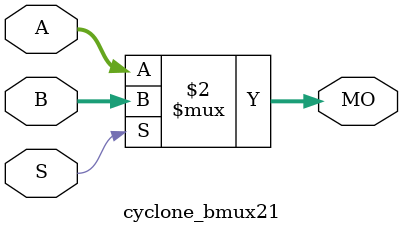
<source format=v>
module cyclone_bmux21 (MO, A, B, S);
   input [15:0] A, B;
   input 	S;
   output [15:0] MO; 
   assign MO = (S == 1) ? B : A; 
endmodule
</source>
